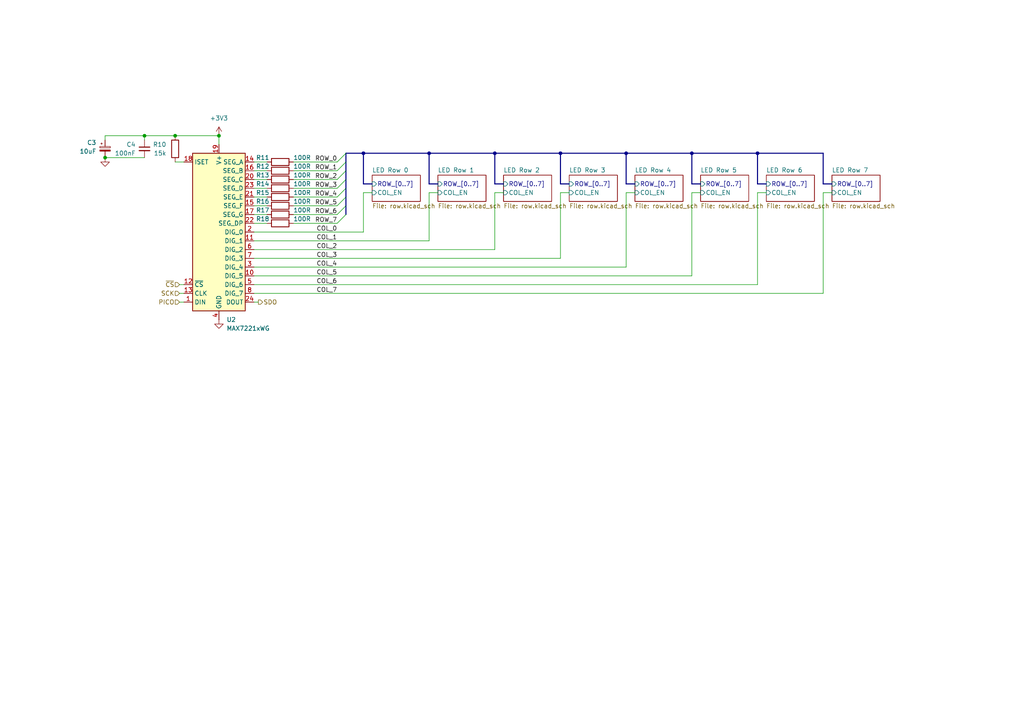
<source format=kicad_sch>
(kicad_sch (version 20231120) (generator "eeschema") (generator_version "8.0")
  (paper "A4")
  (lib_symbols
    (symbol "Device:C_Polarized_Small" (pin_numbers hide) (pin_names (offset 0.254) hide)
      (property "Reference" "C" (at 0.254 1.778 0))
      (property "Value" "C_Polarized_Small" (at 0.254 -2.032 0))
      (symbol "C_Polarized_Small_0_1"
        (rectangle (start -1.524 -0.3048) (end 1.524 -0.6858) (fill (type outline)))
        (rectangle (start -1.524 0.6858) (end 1.524 0.3048))
        (polyline (pts (xy -1.27 1.524) (xy -0.762 1.524)))
        (polyline (pts (xy -1.016 1.27) (xy -1.016 1.778)))
      )
      (symbol "C_Polarized_Small_1_1"
        (pin passive line (at 0 2.54 270) (length 1.8542) (name "~") (number "1"))
        (pin passive line (at 0 -2.54 90) (length 1.8542) (name "~") (number "2"))
      )
    )
    (symbol "Device:C_Small" (pin_numbers hide) (pin_names (offset 0.254) hide)
      (property "Reference" "C" (at 0.254 1.778 0))
      (property "Value" "C_Small" (at 0.254 -2.032 0))
      (symbol "C_Small_0_1"
        (polyline (pts (xy -1.524 -0.508) (xy 1.524 -0.508)) (stroke (width 0.3302)))
        (polyline (pts (xy -1.524 0.508) (xy 1.524 0.508)) (stroke (width 0.3048)))
      )
      (symbol "C_Small_1_1"
        (pin passive line (at 0 2.54 270) (length 2.032) (name "~") (number "1"))
        (pin passive line (at 0 -2.54 90) (length 2.032) (name "~") (number "2"))
      )
    )
    (symbol "Device:R" (pin_numbers hide) (pin_names (offset 0))
      (property "Reference" "R" (at 2.032 0 90))
      (property "Value" "R" (at 0 0 90))
      (symbol "R_0_1"
        (rectangle (start -1.016 -2.54) (end 1.016 2.54) (stroke (width 0.254)))
      )
      (symbol "R_1_1"
        (pin passive line (at 0 3.81 270) (length 1.27) (name "~") (number "1"))
        (pin passive line (at 0 -3.81 90) (length 1.27) (name "~") (number "2"))
      )
    )
    (symbol "Driver_LED:MAX7221xWG"
      (property "Reference" "U" (at -6.35 24.13 0))
      (property "Value" "MAX7221xWG" (at 1.27 25.4 0))
      (symbol "MAX7221xWG_0_1"
        (rectangle (start -7.62 22.86) (end 7.62 -22.86) (stroke (width 0.254)) (fill (type background)))
      )
      (symbol "MAX7221xWG_1_1"
        (pin input line (at -10.16 -20.32 0) (length 2.54) (name "DIN") (number "1"))
        (pin open_collector line (at 10.16 -12.7 180) (length 2.54) (name "DIG_5") (number "10"))
        (pin open_collector line (at 10.16 -2.54 180) (length 2.54) (name "DIG_1") (number "11"))
        (pin input line (at -10.16 -15.24 0) (length 2.54) (name "~{CS}") (number "12"))
        (pin input line (at -10.16 -17.78 0) (length 2.54) (name "CLK") (number "13"))
        (pin open_emitter line (at 10.16 20.32 180) (length 2.54) (name "SEG_A") (number "14"))
        (pin open_emitter line (at 10.16 7.62 180) (length 2.54) (name "SEG_F") (number "15"))
        (pin open_emitter line (at 10.16 17.78 180) (length 2.54) (name "SEG_B") (number "16"))
        (pin open_emitter line (at 10.16 5.08 180) (length 2.54) (name "SEG_G") (number "17"))
        (pin input line (at -10.16 20.32 0) (length 2.54) (name "ISET") (number "18"))
        (pin power_in line (at 0 25.4 270) (length 2.54) (name "V+") (number "19"))
        (pin open_collector line (at 10.16 0 180) (length 2.54) (name "DIG_0") (number "2"))
        (pin open_emitter line (at 10.16 15.24 180) (length 2.54) (name "SEG_C") (number "20"))
        (pin open_emitter line (at 10.16 10.16 180) (length 2.54) (name "SEG_E") (number "21"))
        (pin open_emitter line (at 10.16 2.54 180) (length 2.54) (name "SEG_DP") (number "22"))
        (pin open_emitter line (at 10.16 12.7 180) (length 2.54) (name "SEG_D") (number "23"))
        (pin output line (at 10.16 -20.32 180) (length 2.54) (name "DOUT") (number "24"))
        (pin open_collector line (at 10.16 -10.16 180) (length 2.54) (name "DIG_4") (number "3"))
        (pin power_in line (at 0 -25.4 90) (length 2.54) (name "GND") (number "4"))
        (pin open_collector line (at 10.16 -15.24 180) (length 2.54) (name "DIG_6") (number "5"))
        (pin open_collector line (at 10.16 -5.08 180) (length 2.54) (name "DIG_2") (number "6"))
        (pin open_collector line (at 10.16 -7.62 180) (length 2.54) (name "DIG_3") (number "7"))
        (pin open_collector line (at 10.16 -17.78 180) (length 2.54) (name "DIG_7") (number "8"))
        (pin passive line (at 0 -25.4 90) (length 2.54) hide (name "GND") (number "9"))
      )
    )
    (symbol "power:+3V3" (power) (pin_numbers hide) (pin_names (offset 0) hide)
      (property "Value" "+3V3" (at 0 3.556 0))
      (symbol "+3V3_0_1"
        (polyline (pts (xy -0.762 1.27) (xy 0 2.54)))
        (polyline (pts (xy 0 0) (xy 0 2.54)))
        (polyline (pts (xy 0 2.54) (xy 0.762 1.27)))
      )
      (symbol "+3V3_1_1"
        (pin power_in line (at 0 0 90) (length 0) (name "~") (number "1"))
      )
    )
    (symbol "power:GND" (power) (pin_numbers hide) (pin_names (offset 0) hide)
      (property "Value" "GND" (at 0 -3.81 0))
      (symbol "GND_0_1"
        (polyline (pts (xy 0 0) (xy 0 -1.27) (xy 1.27 -1.27) (xy 0 -2.54) (xy -1.27 -1.27) (xy 0 -1.27)))
      )
      (symbol "GND_1_1"
        (pin power_in line (at 0 0 270) (length 0) (name "~") (number "1"))
      )
    )
  )
  (junction (at 105.41 44.45))
  (junction (at 219.71 44.45))
  (junction (at 63.5 39.37))
  (junction (at 181.61 44.45))
  (junction (at 41.91 39.37))
  (junction (at 162.56 44.45))
  (junction (at 143.51 44.45))
  (junction (at 124.46 44.45))
  (junction (at 30.48 45.72))
  (junction (at 50.8 39.37))
  (junction (at 200.66 44.45))
  (bus_entry (at 97.79 59.69) (size 2.54 -2.54))
  (bus_entry (at 97.79 52.07) (size 2.54 -2.54))
  (bus_entry (at 97.79 64.77) (size 2.54 -2.54))
  (bus_entry (at 97.79 49.53) (size 2.54 -2.54))
  (bus_entry (at 97.79 54.61) (size 2.54 -2.54))
  (bus_entry (at 97.79 46.99) (size 2.54 -2.54))
  (bus_entry (at 97.79 57.15) (size 2.54 -2.54))
  (bus_entry (at 97.79 62.23) (size 2.54 -2.54))
  (wire (pts (xy 200.66 55.88) (xy 200.66 80.01)))
  (bus (pts (xy 100.33 46.99) (xy 100.33 44.45)))
  (bus (pts (xy 124.46 53.34) (xy 124.46 44.45)))
  (wire (pts (xy 85.09 54.61) (xy 97.79 54.61)))
  (bus (pts (xy 105.41 53.34) (xy 105.41 44.45)))
  (wire (pts (xy 73.66 82.55) (xy 219.71 82.55)))
  (bus (pts (xy 184.15 53.34) (xy 181.61 53.34)))
  (wire (pts (xy 85.09 59.69) (xy 97.79 59.69)))
  (wire (pts (xy 85.09 57.15) (xy 97.79 57.15)))
  (wire (pts (xy 52.07 82.55) (xy 53.34 82.55)))
  (wire (pts (xy 77.47 46.99) (xy 73.66 46.99)))
  (wire (pts (xy 143.51 72.39) (xy 143.51 55.88)))
  (wire (pts (xy 238.76 55.88) (xy 238.76 85.09)))
  (bus (pts (xy 100.33 62.23) (xy 100.33 59.69)))
  (wire (pts (xy 85.09 62.23) (xy 97.79 62.23)))
  (wire (pts (xy 50.8 39.37) (xy 63.5 39.37)))
  (wire (pts (xy 52.07 87.63) (xy 53.34 87.63)))
  (bus (pts (xy 219.71 44.45) (xy 219.71 53.34)))
  (wire (pts (xy 73.66 80.01) (xy 200.66 80.01)))
  (bus (pts (xy 222.25 53.34) (xy 219.71 53.34)))
  (wire (pts (xy 41.91 39.37) (xy 50.8 39.37)))
  (bus (pts (xy 124.46 44.45) (xy 143.51 44.45)))
  (wire (pts (xy 241.3 55.88) (xy 238.76 55.88)))
  (bus (pts (xy 143.51 53.34) (xy 143.51 44.45)))
  (bus (pts (xy 100.33 54.61) (xy 100.33 52.07)))
  (wire (pts (xy 73.66 77.47) (xy 181.61 77.47)))
  (wire (pts (xy 181.61 55.88) (xy 181.61 77.47)))
  (wire (pts (xy 52.07 85.09) (xy 53.34 85.09)))
  (wire (pts (xy 41.91 40.64) (xy 41.91 39.37)))
  (bus (pts (xy 100.33 59.69) (xy 100.33 57.15)))
  (wire (pts (xy 77.47 62.23) (xy 73.66 62.23)))
  (wire (pts (xy 162.56 55.88) (xy 165.1 55.88)))
  (wire (pts (xy 73.66 85.09) (xy 238.76 85.09)))
  (wire (pts (xy 85.09 52.07) (xy 97.79 52.07)))
  (bus (pts (xy 162.56 53.34) (xy 162.56 44.45)))
  (wire (pts (xy 85.09 49.53) (xy 97.79 49.53)))
  (wire (pts (xy 30.48 45.72) (xy 41.91 45.72)))
  (bus (pts (xy 181.61 53.34) (xy 181.61 44.45)))
  (bus (pts (xy 124.46 44.45) (xy 105.41 44.45)))
  (wire (pts (xy 73.66 69.85) (xy 124.46 69.85)))
  (wire (pts (xy 77.47 57.15) (xy 73.66 57.15)))
  (wire (pts (xy 73.66 74.93) (xy 162.56 74.93)))
  (bus (pts (xy 165.1 53.34) (xy 162.56 53.34)))
  (wire (pts (xy 63.5 39.37) (xy 63.5 41.91)))
  (wire (pts (xy 73.66 87.63) (xy 74.93 87.63)))
  (wire (pts (xy 124.46 69.85) (xy 124.46 55.88)))
  (wire (pts (xy 162.56 74.93) (xy 162.56 55.88)))
  (wire (pts (xy 77.47 64.77) (xy 73.66 64.77)))
  (bus (pts (xy 219.71 44.45) (xy 200.66 44.45)))
  (wire (pts (xy 105.41 55.88) (xy 107.95 55.88)))
  (bus (pts (xy 107.95 53.34) (xy 105.41 53.34)))
  (wire (pts (xy 73.66 67.31) (xy 105.41 67.31)))
  (wire (pts (xy 184.15 55.88) (xy 181.61 55.88)))
  (wire (pts (xy 85.09 46.99) (xy 97.79 46.99)))
  (bus (pts (xy 203.2 53.34) (xy 200.66 53.34)))
  (bus (pts (xy 100.33 44.45) (xy 105.41 44.45)))
  (bus (pts (xy 181.61 44.45) (xy 162.56 44.45)))
  (wire (pts (xy 219.71 55.88) (xy 219.71 82.55)))
  (wire (pts (xy 222.25 55.88) (xy 219.71 55.88)))
  (wire (pts (xy 77.47 54.61) (xy 73.66 54.61)))
  (wire (pts (xy 85.09 64.77) (xy 97.79 64.77)))
  (wire (pts (xy 143.51 55.88) (xy 146.05 55.88)))
  (bus (pts (xy 100.33 49.53) (xy 100.33 46.99)))
  (wire (pts (xy 77.47 49.53) (xy 73.66 49.53)))
  (bus (pts (xy 238.76 53.34) (xy 238.76 44.45)))
  (bus (pts (xy 200.66 44.45) (xy 181.61 44.45)))
  (wire (pts (xy 77.47 59.69) (xy 73.66 59.69)))
  (bus (pts (xy 100.33 52.07) (xy 100.33 49.53)))
  (bus (pts (xy 127 53.34) (xy 124.46 53.34)))
  (wire (pts (xy 73.66 72.39) (xy 143.51 72.39)))
  (wire (pts (xy 105.41 67.31) (xy 105.41 55.88)))
  (wire (pts (xy 30.48 40.64) (xy 30.48 39.37)))
  (bus (pts (xy 146.05 53.34) (xy 143.51 53.34)))
  (wire (pts (xy 124.46 55.88) (xy 127 55.88)))
  (wire (pts (xy 77.47 52.07) (xy 73.66 52.07)))
  (wire (pts (xy 203.2 55.88) (xy 200.66 55.88)))
  (bus (pts (xy 100.33 57.15) (xy 100.33 54.61)))
  (bus (pts (xy 200.66 44.45) (xy 200.66 53.34)))
  (bus (pts (xy 162.56 44.45) (xy 143.51 44.45)))
  (bus (pts (xy 238.76 44.45) (xy 219.71 44.45)))
  (wire (pts (xy 50.8 46.99) (xy 53.34 46.99)))
  (wire (pts (xy 30.48 39.37) (xy 41.91 39.37)))
  (bus (pts (xy 241.3 53.34) (xy 238.76 53.34)))
  (label "COL_6" (at 97.79 82.55 180))
  (label "COL_0" (at 97.79 67.31 180))
  (label "ROW_0" (at 97.79 46.99 180))
  (label "ROW_2" (at 97.79 52.07 180))
  (label "COL_3" (at 97.79 74.93 180))
  (label "ROW_4" (at 97.79 57.15 180))
  (label "COL_7" (at 97.79 85.09 180))
  (label "COL_4" (at 97.79 77.47 180))
  (label "ROW_7" (at 97.79 64.77 180))
  (label "ROW_5" (at 97.79 59.69 180))
  (label "ROW_6" (at 97.79 62.23 180))
  (label "ROW_3" (at 97.79 54.61 180))
  (label "COL_5" (at 97.79 80.01 180))
  (label "COL_2" (at 97.79 72.39 180))
  (label "COL_1" (at 97.79 69.85 180))
  (label "ROW_1" (at 97.79 49.53 180))
  (hierarchical_label "PICO" (shape input) (at 52.07 87.63 180))
  (hierarchical_label "~{CS}" (shape input) (at 52.07 82.55 180))
  (hierarchical_label "SCK" (shape input) (at 52.07 85.09 180))
  (hierarchical_label "SDO" (shape output) (at 74.93 87.63 0))
  (symbol (lib_id "Device:R") (at 81.28 64.77 90) (unit 1)
    (property "Reference" "R18" (at 76.2 63.5 90))
    (property "Value" "100R" (at 87.63 63.5 90))
    (property "Footprint" "Resistor_SMD:R_0603_1608Metric" (effects (hide yes)))
    (property "Description" "Resistor" (effects (hide yes)))
    (instances (project "crw-053" (path "" (reference "R18") (unit 1)) (path "" (reference "R9") (unit 1))))
  )
  (symbol (lib_id "power:GND") (at 63.5 92.71 0) (unit 1)
    (property "Reference" "#PWR08" (effects (hide yes)))
    (property "Value" "GND" (effects (hide yes)))
    (property "Description" "Power symbol creates a global label with name \"GND\" , ground" (effects (hide yes)))
    (instances (project "crw-053" (path "" (reference "#PWR08") (unit 1)) (path "" (reference "#PWR05") (unit 1))))
  )
  (symbol (lib_id "Device:C_Small") (at 41.91 43.18 0) (unit 1)
    (property "Reference" "C4" (at 39.37 41.9162 0) (effects (justify right)))
    (property "Value" "100nF" (at 39.37 44.4562 0) (effects (justify right)))
    (property "Footprint" "Capacitor_SMD:C_0805_2012Metric" (effects (hide yes)))
    (property "Description" "Unpolarized capacitor, small symbol" (effects (hide yes)))
    (instances (project "crw-053" (path "" (reference "C4") (unit 1)) (path "" (reference "C2") (unit 1))))
  )
  (symbol (lib_id "Device:R") (at 81.28 62.23 90) (unit 1)
    (property "Reference" "R17" (at 76.2 60.96 90))
    (property "Value" "100R" (at 87.63 60.96 90))
    (property "Footprint" "Resistor_SMD:R_0603_1608Metric" (effects (hide yes)))
    (property "Description" "Resistor" (effects (hide yes)))
    (instances (project "crw-053" (path "" (reference "R17") (unit 1)) (path "" (reference "R8") (unit 1))))
  )
  (symbol (lib_id "Device:R") (at 81.28 57.15 90) (unit 1)
    (property "Reference" "R15" (at 76.2 55.88 90))
    (property "Value" "100R" (at 87.63 55.88 90))
    (property "Footprint" "Resistor_SMD:R_0603_1608Metric" (effects (hide yes)))
    (property "Description" "Resistor" (effects (hide yes)))
    (instances (project "crw-053" (path "" (reference "R15") (unit 1)) (path "" (reference "R6") (unit 1))))
  )
  (symbol (lib_id "Device:R") (at 81.28 49.53 90) (unit 1)
    (property "Reference" "R12" (at 76.2 48.26 90))
    (property "Value" "100R" (at 87.63 48.26 90))
    (property "Footprint" "Resistor_SMD:R_0603_1608Metric" (effects (hide yes)))
    (property "Description" "Resistor" (effects (hide yes)))
    (instances (project "crw-053" (path "" (reference "R12") (unit 1)) (path "" (reference "R3") (unit 1))))
  )
  (symbol (lib_id "power:+3V3") (at 63.5 39.37 0) (unit 1)
    (property "Reference" "#PWR06" (effects (hide yes)))
    (property "Value" "+3V3" (at 63.5 34.29 0))
    (property "Description" "Power symbol creates a global label with name \"+3V3\"" (effects (hide yes)))
    (instances (project "crw-053" (path "" (reference "#PWR06") (unit 1)) (path "" (reference "#PWR03") (unit 1))))
  )
  (symbol (lib_id "Device:R") (at 50.8 43.18 0) (unit 1)
    (property "Reference" "R10" (at 48.26 41.9099 0) (effects (justify right)))
    (property "Value" "15k" (at 48.26 44.4499 0) (effects (justify right)))
    (property "Footprint" "Resistor_SMD:R_0603_1608Metric" (effects (hide yes)))
    (property "Description" "Resistor" (effects (hide yes)))
    (instances (project "crw-053" (path "" (reference "R10") (unit 1)) (path "" (reference "R1") (unit 1))))
  )
  (symbol (lib_id "Device:R") (at 81.28 52.07 90) (unit 1)
    (property "Reference" "R13" (at 76.2 50.8 90))
    (property "Value" "100R" (at 87.63 50.8 90))
    (property "Footprint" "Resistor_SMD:R_0603_1608Metric" (effects (hide yes)))
    (property "Description" "Resistor" (effects (hide yes)))
    (instances (project "crw-053" (path "" (reference "R13") (unit 1)) (path "" (reference "R4") (unit 1))))
  )
  (symbol (lib_id "Device:R") (at 81.28 46.99 90) (unit 1)
    (property "Reference" "R11" (at 76.2 45.72 90))
    (property "Value" "100R" (at 87.63 45.72 90))
    (property "Footprint" "Resistor_SMD:R_0603_1608Metric" (effects (hide yes)))
    (property "Description" "Resistor" (effects (hide yes)))
    (instances (project "crw-053" (path "" (reference "R11") (unit 1)) (path "" (reference "R2") (unit 1))))
  )
  (symbol (lib_id "Device:C_Polarized_Small") (at 30.48 43.18 0) (unit 1)
    (property "Reference" "C3" (at 27.94 41.3638 0) (effects (justify right)))
    (property "Value" "10uF" (at 27.94 43.9038 0) (effects (justify right)))
    (property "Footprint" "Capacitor_SMD:CP_Elec_3x5.4" (effects (hide yes)))
    (property "Description" "Polarized capacitor, small symbol" (effects (hide yes)))
    (instances (project "crw-053" (path "" (reference "C3") (unit 1)) (path "" (reference "C1") (unit 1))))
  )
  (symbol (lib_id "Driver_LED:MAX7221xWG") (at 63.5 67.31 0) (unit 1)
    (property "Reference" "U1" (at 65.6941 92.71 0) (effects (justify left)))
    (property "Value" "MAX7221xWG" (at 65.6941 95.25 0) (effects (justify left)))
    (property "Footprint" "Package_SO:SOIC-24W_7.5x15.4mm_P1.27mm" (effects (hide yes)))
    (property "Datasheet" "https://datasheets.maximintegrated.com/en/ds/MAX7219-MAX7221.pdf" (effects (hide yes)))
    (property "Description" "Serially Interfaced, 8-Digit LED Display Driver, SOIC-24W" (effects (hide yes)))
    (instances (project "crw-053" (path "" (reference "U2") (unit 1)) (path "" (reference "U1") (unit 1))))
  )
  (symbol (lib_id "power:GND") (at 30.48 45.72 0) (unit 1)
    (property "Reference" "#PWR07" (effects (hide yes)))
    (property "Value" "GND" (effects (hide yes)))
    (property "Description" "Power symbol creates a global label with name \"GND\" , ground" (effects (hide yes)))
    (instances (project "crw-053" (path "" (reference "#PWR07") (unit 1)) (path "" (reference "#PWR04") (unit 1))))
  )
  (symbol (lib_id "Device:R") (at 81.28 54.61 90) (unit 1)
    (property "Reference" "R14" (at 76.2 53.34 90))
    (property "Value" "100R" (at 87.63 53.34 90))
    (property "Footprint" "Resistor_SMD:R_0603_1608Metric" (effects (hide yes)))
    (property "Description" "Resistor" (effects (hide yes)))
    (instances (project "crw-053" (path "" (reference "R14") (unit 1)) (path "" (reference "R5") (unit 1))))
  )
  (symbol (lib_id "Device:R") (at 81.28 59.69 90) (unit 1)
    (property "Reference" "R16" (at 76.2 58.42 90))
    (property "Value" "100R" (at 87.63 58.42 90))
    (property "Footprint" "Resistor_SMD:R_0603_1608Metric" (effects (hide yes)))
    (property "Description" "Resistor" (effects (hide yes)))
    (instances (project "crw-053" (path "" (reference "R16") (unit 1)) (path "" (reference "R7") (unit 1))))
  )
  (sheet (at 241.3 50.8) (size 13.97 7.62) (stroke (width 0.1524))
    (property "Sheetname" "LED Row 7" (at 241.3 50.0884 0) (effects (justify left bottom)))
    (property "Sheetfile" "row.kicad_sch" (at 241.3 59.0046 0) (effects (justify left top)))
    (pin "ROW_[0..7]" input (at 241.3 53.34 180))
    (pin "COL_EN" input (at 241.3 55.88 180))
  )
  (sheet (at 146.05 50.8) (size 13.97 7.62) (stroke (width 0.1524))
    (property "Sheetname" "LED Row 2" (at 146.05 50.0884 0) (effects (justify left bottom)))
    (property "Sheetfile" "row.kicad_sch" (at 146.05 59.0046 0) (effects (justify left top)))
    (pin "ROW_[0..7]" input (at 146.05 53.34 180))
    (pin "COL_EN" input (at 146.05 55.88 180))
  )
  (sheet (at 127 50.8) (size 13.97 7.62) (stroke (width 0.1524))
    (property "Sheetname" "LED Row 1" (at 127 50.0884 0) (effects (justify left bottom)))
    (property "Sheetfile" "row.kicad_sch" (at 127 59.0046 0) (effects (justify left top)))
    (pin "ROW_[0..7]" input (at 127 53.34 180))
    (pin "COL_EN" input (at 127 55.88 180))
  )
  (sheet (at 165.1 50.8) (size 13.97 7.62) (stroke (width 0.1524))
    (property "Sheetname" "LED Row 3" (at 165.1 50.0884 0) (effects (justify left bottom)))
    (property "Sheetfile" "row.kicad_sch" (at 165.1 59.0046 0) (effects (justify left top)))
    (pin "ROW_[0..7]" input (at 165.1 53.34 180))
    (pin "COL_EN" input (at 165.1 55.88 180))
  )
  (sheet (at 184.15 50.8) (size 13.97 7.62) (stroke (width 0.1524))
    (property "Sheetname" "LED Row 4" (at 184.15 50.0884 0) (effects (justify left bottom)))
    (property "Sheetfile" "row.kicad_sch" (at 184.15 59.0046 0) (effects (justify left top)))
    (pin "ROW_[0..7]" input (at 184.15 53.34 180))
    (pin "COL_EN" input (at 184.15 55.88 180))
  )
  (sheet (at 222.25 50.8) (size 13.97 7.62) (stroke (width 0.1524))
    (property "Sheetname" "LED Row 6" (at 222.25 50.0884 0) (effects (justify left bottom)))
    (property "Sheetfile" "row.kicad_sch" (at 222.25 59.0046 0) (effects (justify left top)))
    (pin "ROW_[0..7]" input (at 222.25 53.34 180))
    (pin "COL_EN" input (at 222.25 55.88 180))
  )
  (sheet (at 203.2 50.8) (size 13.97 7.62) (stroke (width 0.1524))
    (property "Sheetname" "LED Row 5" (at 203.2 50.0884 0) (effects (justify left bottom)))
    (property "Sheetfile" "row.kicad_sch" (at 203.2 59.0046 0) (effects (justify left top)))
    (pin "ROW_[0..7]" input (at 203.2 53.34 180))
    (pin "COL_EN" input (at 203.2 55.88 180))
  )
  (sheet (at 107.95 50.8) (size 13.97 7.62) (stroke (width 0.1524))
    (property "Sheetname" "LED Row 0" (at 107.95 50.0884 0) (effects (justify left bottom)))
    (property "Sheetfile" "row.kicad_sch" (at 107.95 59.0046 0) (effects (justify left top)))
    (pin "ROW_[0..7]" input (at 107.95 53.34 180))
    (pin "COL_EN" input (at 107.95 55.88 180))
  )
)
</source>
